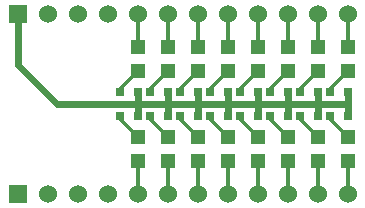
<source format=gtl>
G04 (created by PCBNEW (2013-01-27 BZR 3925)-testing) date Tue 29 Jan 2013 04:49:03 PM CET*
%MOIN*%
G04 Gerber Fmt 3.4, Leading zero omitted, Abs format*
%FSLAX34Y34*%
G01*
G70*
G90*
G04 APERTURE LIST*
%ADD10C,2.3622e-06*%
%ADD11R,0.06X0.06*%
%ADD12C,0.06*%
%ADD13R,0.0314X0.0314*%
%ADD14R,0.0472X0.0472*%
%ADD15C,0.012*%
%ADD16C,0.024*%
G04 APERTURE END LIST*
G54D10*
G54D11*
X55500Y-48000D03*
G54D12*
X56500Y-48000D03*
X57500Y-48000D03*
X58500Y-48000D03*
X59500Y-48000D03*
X60500Y-48000D03*
X61500Y-48000D03*
X62500Y-48000D03*
X63500Y-48000D03*
X64500Y-48000D03*
X65500Y-48000D03*
X66500Y-48000D03*
G54D11*
X55500Y-42000D03*
G54D12*
X56500Y-42000D03*
X57500Y-42000D03*
X58500Y-42000D03*
X59500Y-42000D03*
X60500Y-42000D03*
X61500Y-42000D03*
X62500Y-42000D03*
X63500Y-42000D03*
X64500Y-42000D03*
X65500Y-42000D03*
X66500Y-42000D03*
G54D13*
X59495Y-45400D03*
X58905Y-45400D03*
X59495Y-44600D03*
X58905Y-44600D03*
X60495Y-44600D03*
X59905Y-44600D03*
X61495Y-44600D03*
X60905Y-44600D03*
X62495Y-44600D03*
X61905Y-44600D03*
X64495Y-44600D03*
X63905Y-44600D03*
X63495Y-44600D03*
X62905Y-44600D03*
X65495Y-44600D03*
X64905Y-44600D03*
X66495Y-44600D03*
X65905Y-44600D03*
X66495Y-45400D03*
X65905Y-45400D03*
X65495Y-45400D03*
X64905Y-45400D03*
X64495Y-45400D03*
X63905Y-45400D03*
X63495Y-45400D03*
X62905Y-45400D03*
X61495Y-45400D03*
X60905Y-45400D03*
X62495Y-45400D03*
X61905Y-45400D03*
X60495Y-45400D03*
X59905Y-45400D03*
G54D14*
X61500Y-43913D03*
X61500Y-43087D03*
X60500Y-46087D03*
X60500Y-46913D03*
X62500Y-43913D03*
X62500Y-43087D03*
X59500Y-43913D03*
X59500Y-43087D03*
X60500Y-43913D03*
X60500Y-43087D03*
X63500Y-43913D03*
X63500Y-43087D03*
X64500Y-43913D03*
X64500Y-43087D03*
X65500Y-43913D03*
X65500Y-43087D03*
X66500Y-43913D03*
X66500Y-43087D03*
X59500Y-46087D03*
X59500Y-46913D03*
X64500Y-46087D03*
X64500Y-46913D03*
X63500Y-46087D03*
X63500Y-46913D03*
X66500Y-46087D03*
X66500Y-46913D03*
X65500Y-46087D03*
X65500Y-46913D03*
X62500Y-46087D03*
X62500Y-46913D03*
X61500Y-46087D03*
X61500Y-46913D03*
G54D15*
X59500Y-46913D02*
X59500Y-48000D01*
X60500Y-46913D02*
X60500Y-48000D01*
X64500Y-42000D02*
X64500Y-43087D01*
X63500Y-42000D02*
X63500Y-43087D01*
X62500Y-42000D02*
X62500Y-43087D01*
X61500Y-42000D02*
X61500Y-43087D01*
X60500Y-42000D02*
X60500Y-43087D01*
X59500Y-42000D02*
X59500Y-43087D01*
X61500Y-46913D02*
X61500Y-48000D01*
X62500Y-46913D02*
X62500Y-48000D01*
X63500Y-46913D02*
X63500Y-48000D01*
X64500Y-46913D02*
X64500Y-48000D01*
X65500Y-46913D02*
X65500Y-48000D01*
X66500Y-46913D02*
X66500Y-48000D01*
X66500Y-43087D02*
X66500Y-42000D01*
X65500Y-43087D02*
X65500Y-42000D01*
X65500Y-42110D02*
X65500Y-42000D01*
G54D16*
X62500Y-45000D02*
X62500Y-45395D01*
X62500Y-45395D02*
X62495Y-45400D01*
X62500Y-45000D02*
X62500Y-44605D01*
X62500Y-44605D02*
X62495Y-44600D01*
X61500Y-45000D02*
X61500Y-45395D01*
X61500Y-45395D02*
X61495Y-45400D01*
X66500Y-45000D02*
X66500Y-44605D01*
X66500Y-44605D02*
X66495Y-44600D01*
X65500Y-45000D02*
X65500Y-45395D01*
X65500Y-45395D02*
X65495Y-45400D01*
X65500Y-45000D02*
X65500Y-44605D01*
X65500Y-44605D02*
X65495Y-44600D01*
X64500Y-45000D02*
X64500Y-45395D01*
X64500Y-45395D02*
X64495Y-45400D01*
X64500Y-45000D02*
X64500Y-44605D01*
X64500Y-44605D02*
X64495Y-44600D01*
X63500Y-45000D02*
X63500Y-44605D01*
X63500Y-44605D02*
X63495Y-44600D01*
X63500Y-45000D02*
X63500Y-45395D01*
X63500Y-45395D02*
X63495Y-45400D01*
X61495Y-44600D02*
X61495Y-44995D01*
X61495Y-44995D02*
X61500Y-45000D01*
X60500Y-45000D02*
X60500Y-44605D01*
X60500Y-44605D02*
X60495Y-44600D01*
X60500Y-45000D02*
X60500Y-45395D01*
X60500Y-45395D02*
X60495Y-45400D01*
X59500Y-45000D02*
X59500Y-45395D01*
X59500Y-45395D02*
X59495Y-45400D01*
X59495Y-44600D02*
X59495Y-44995D01*
X59495Y-44995D02*
X59500Y-45000D01*
X66500Y-45000D02*
X66500Y-45395D01*
X66500Y-45395D02*
X66495Y-45400D01*
X55500Y-43700D02*
X56800Y-45000D01*
X56800Y-45000D02*
X59500Y-45000D01*
X59500Y-45000D02*
X60500Y-45000D01*
X60500Y-45000D02*
X61500Y-45000D01*
X61500Y-45000D02*
X62500Y-45000D01*
X62500Y-45000D02*
X63500Y-45000D01*
X63500Y-45000D02*
X64500Y-45000D01*
X64500Y-45000D02*
X65500Y-45000D01*
X65500Y-45000D02*
X66500Y-45000D01*
X55500Y-42000D02*
X55500Y-43700D01*
G54D15*
X61905Y-45400D02*
X61905Y-45492D01*
X61905Y-45492D02*
X62500Y-46087D01*
X62905Y-45400D02*
X62905Y-45492D01*
X62905Y-45492D02*
X63500Y-46087D01*
X63905Y-45400D02*
X63905Y-45492D01*
X63905Y-45492D02*
X64500Y-46087D01*
X64905Y-45400D02*
X64905Y-45492D01*
X64905Y-45492D02*
X65500Y-46087D01*
X65905Y-45400D02*
X65905Y-45492D01*
X65905Y-45492D02*
X66500Y-46087D01*
X65905Y-44600D02*
X65905Y-44508D01*
X65905Y-44508D02*
X66500Y-43913D01*
X64905Y-44600D02*
X64905Y-44508D01*
X64905Y-44508D02*
X65500Y-43913D01*
X62905Y-44600D02*
X62905Y-44508D01*
X62905Y-44508D02*
X63500Y-43913D01*
X63905Y-44600D02*
X63905Y-44508D01*
X63905Y-44508D02*
X64500Y-43913D01*
X61905Y-44600D02*
X61905Y-44508D01*
X61905Y-44508D02*
X62500Y-43913D01*
X60905Y-44600D02*
X60905Y-44508D01*
X60905Y-44508D02*
X61500Y-43913D01*
X59905Y-44600D02*
X59905Y-44508D01*
X59905Y-44508D02*
X60500Y-43913D01*
X60905Y-45400D02*
X60905Y-45492D01*
X60905Y-45492D02*
X61500Y-46087D01*
X58905Y-45400D02*
X58905Y-45492D01*
X58905Y-45492D02*
X59500Y-46087D01*
X59905Y-45400D02*
X59905Y-45492D01*
X59905Y-45492D02*
X60500Y-46087D01*
X58905Y-44600D02*
X58905Y-44508D01*
X58905Y-44508D02*
X59500Y-43913D01*
M02*

</source>
